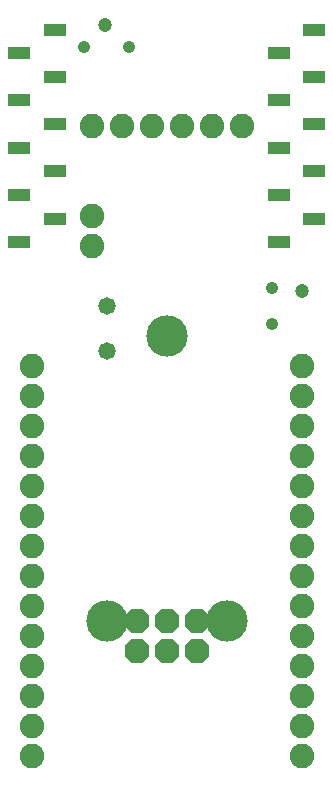
<source format=gbr>
G04 EAGLE Gerber RS-274X export*
G75*
%MOMM*%
%FSLAX34Y34*%
%LPD*%
%INSoldermask Bottom*%
%IPPOS*%
%AMOC8*
5,1,8,0,0,1.08239X$1,22.5*%
G01*
%ADD10P,2.254402X8X22.500000*%
%ADD11C,2.082800*%
%ADD12R,1.903200X1.053200*%
%ADD13C,1.053200*%
%ADD14C,1.473200*%
%ADD15C,1.203200*%
%ADD16C,3.505200*%


D10*
X101600Y101600D03*
X101600Y127000D03*
X127000Y101600D03*
X127000Y127000D03*
X152400Y101600D03*
X152400Y127000D03*
D11*
X12700Y342900D03*
X12700Y317500D03*
X12700Y292100D03*
X12700Y266700D03*
X12700Y241300D03*
X12700Y215900D03*
X12700Y190500D03*
X12700Y165100D03*
X12700Y139700D03*
X12700Y114300D03*
X12700Y88900D03*
X12700Y63500D03*
X12700Y38100D03*
X12700Y12700D03*
D12*
X32000Y627700D03*
X2000Y607700D03*
X32000Y587700D03*
X2000Y567700D03*
X32000Y547700D03*
X2000Y527700D03*
X32000Y507700D03*
X2000Y487700D03*
X32000Y467700D03*
X2000Y447700D03*
X252000Y627700D03*
X222000Y607700D03*
X252000Y587700D03*
X222000Y567700D03*
X252000Y547700D03*
X222000Y527700D03*
X252000Y507700D03*
X222000Y487700D03*
X252000Y467700D03*
X222000Y447700D03*
D13*
X215900Y408700D03*
X215900Y378700D03*
D11*
X165100Y546100D03*
X190500Y546100D03*
D14*
X76200Y355600D03*
X76200Y393700D03*
D11*
X88900Y546100D03*
X63500Y546100D03*
X63500Y469900D03*
X63500Y444500D03*
X139700Y546100D03*
X114300Y546100D03*
D15*
X74930Y631190D03*
X241300Y406400D03*
D13*
X95200Y613000D03*
X57200Y613000D03*
D11*
X241300Y342900D03*
X241300Y317500D03*
X241300Y292100D03*
X241300Y266700D03*
X241300Y241300D03*
X241300Y215900D03*
X241300Y190500D03*
X241300Y165100D03*
X241300Y139700D03*
X241300Y114300D03*
X241300Y88900D03*
X241300Y63500D03*
X241300Y38100D03*
X241300Y12700D03*
D16*
X127000Y368300D03*
X177800Y127000D03*
X76200Y127000D03*
M02*

</source>
